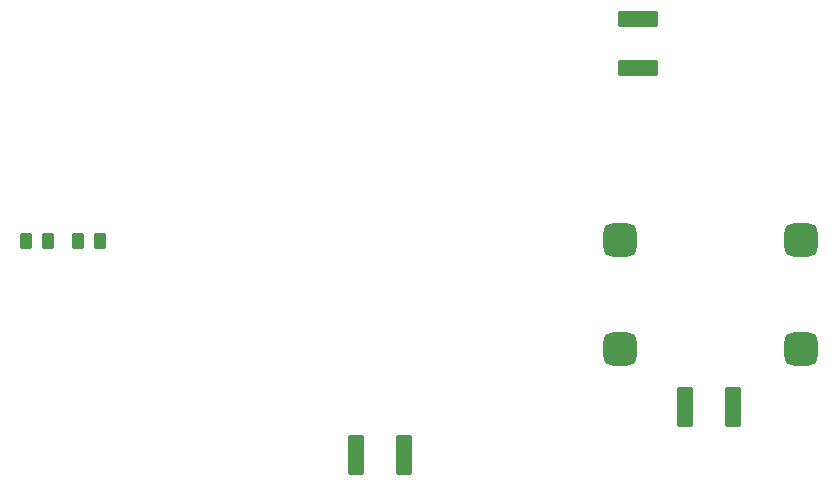
<source format=gtp>
%TF.GenerationSoftware,KiCad,Pcbnew,(6.0.6)*%
%TF.CreationDate,2022-07-07T23:48:31-04:00*%
%TF.ProjectId,Autohelm_Thruster,4175746f-6865-46c6-9d5f-546872757374,rev?*%
%TF.SameCoordinates,Original*%
%TF.FileFunction,Paste,Top*%
%TF.FilePolarity,Positive*%
%FSLAX46Y46*%
G04 Gerber Fmt 4.6, Leading zero omitted, Abs format (unit mm)*
G04 Created by KiCad (PCBNEW (6.0.6)) date 2022-07-07 23:48:31*
%MOMM*%
%LPD*%
G01*
G04 APERTURE LIST*
G04 Aperture macros list*
%AMRoundRect*
0 Rectangle with rounded corners*
0 $1 Rounding radius*
0 $2 $3 $4 $5 $6 $7 $8 $9 X,Y pos of 4 corners*
0 Add a 4 corners polygon primitive as box body*
4,1,4,$2,$3,$4,$5,$6,$7,$8,$9,$2,$3,0*
0 Add four circle primitives for the rounded corners*
1,1,$1+$1,$2,$3*
1,1,$1+$1,$4,$5*
1,1,$1+$1,$6,$7*
1,1,$1+$1,$8,$9*
0 Add four rect primitives between the rounded corners*
20,1,$1+$1,$2,$3,$4,$5,0*
20,1,$1+$1,$4,$5,$6,$7,0*
20,1,$1+$1,$6,$7,$8,$9,0*
20,1,$1+$1,$8,$9,$2,$3,0*%
G04 Aperture macros list end*
%ADD10RoundRect,0.250000X-0.262500X-0.450000X0.262500X-0.450000X0.262500X0.450000X-0.262500X0.450000X0*%
%ADD11RoundRect,0.249999X0.450001X1.450001X-0.450001X1.450001X-0.450001X-1.450001X0.450001X-1.450001X0*%
%ADD12RoundRect,0.700000X0.700000X-0.700000X0.700000X0.700000X-0.700000X0.700000X-0.700000X-0.700000X0*%
%ADD13RoundRect,0.249999X1.450001X-0.450001X1.450001X0.450001X-1.450001X0.450001X-1.450001X-0.450001X0*%
G04 APERTURE END LIST*
D10*
%TO.C,R2*%
X80087500Y-113500000D03*
X81912500Y-113500000D03*
%TD*%
D11*
%TO.C,C4*%
X107710000Y-131610000D03*
X103610000Y-131610000D03*
%TD*%
D12*
%TO.C,U1*%
X126000000Y-113350000D03*
X126000000Y-122650000D03*
X141300000Y-113350000D03*
X141300000Y-122650000D03*
%TD*%
D13*
%TO.C,C1*%
X127500000Y-98800000D03*
X127500000Y-94700000D03*
%TD*%
D10*
%TO.C,R1*%
X75675000Y-113500000D03*
X77500000Y-113500000D03*
%TD*%
D11*
%TO.C,C2*%
X135550000Y-127500000D03*
X131450000Y-127500000D03*
%TD*%
M02*

</source>
